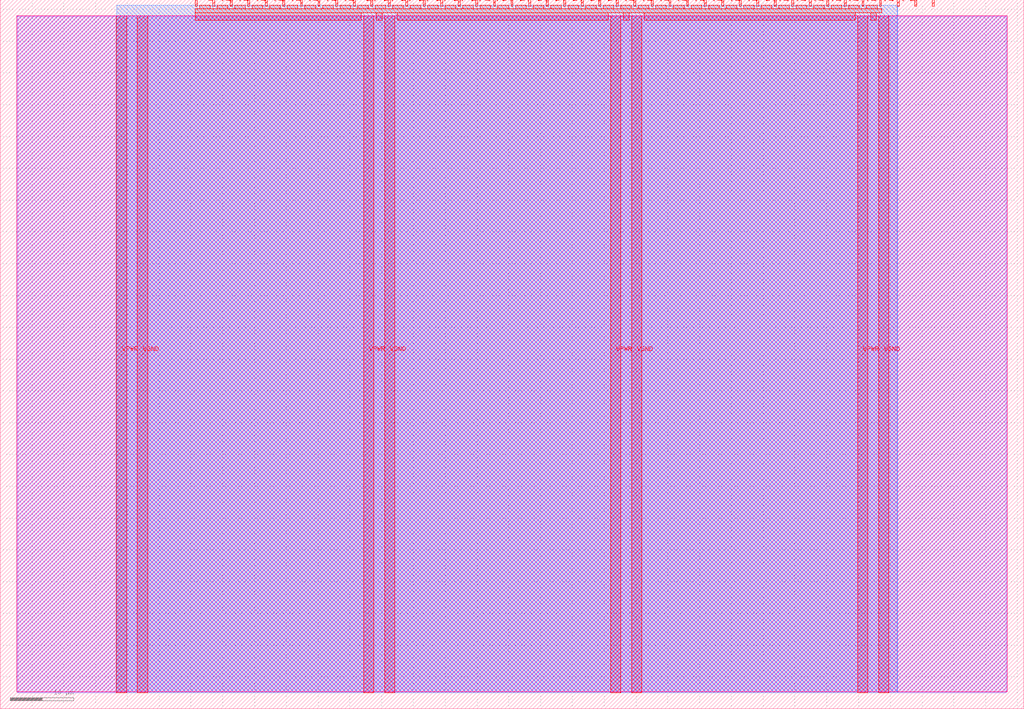
<source format=lef>
VERSION 5.7 ;
  NOWIREEXTENSIONATPIN ON ;
  DIVIDERCHAR "/" ;
  BUSBITCHARS "[]" ;
MACRO tt_um_wokwi_445255326319805441
  CLASS BLOCK ;
  FOREIGN tt_um_wokwi_445255326319805441 ;
  ORIGIN 0.000 0.000 ;
  SIZE 161.000 BY 111.520 ;
  PIN VGND
    DIRECTION INOUT ;
    USE GROUND ;
    PORT
      LAYER met4 ;
        RECT 21.580 2.480 23.180 109.040 ;
    END
    PORT
      LAYER met4 ;
        RECT 60.450 2.480 62.050 109.040 ;
    END
    PORT
      LAYER met4 ;
        RECT 99.320 2.480 100.920 109.040 ;
    END
    PORT
      LAYER met4 ;
        RECT 138.190 2.480 139.790 109.040 ;
    END
  END VGND
  PIN VPWR
    DIRECTION INOUT ;
    USE POWER ;
    PORT
      LAYER met4 ;
        RECT 18.280 2.480 19.880 109.040 ;
    END
    PORT
      LAYER met4 ;
        RECT 57.150 2.480 58.750 109.040 ;
    END
    PORT
      LAYER met4 ;
        RECT 96.020 2.480 97.620 109.040 ;
    END
    PORT
      LAYER met4 ;
        RECT 134.890 2.480 136.490 109.040 ;
    END
  END VPWR
  PIN clk
    DIRECTION INPUT ;
    USE SIGNAL ;
    PORT
      LAYER met4 ;
        RECT 143.830 110.520 144.130 111.520 ;
    END
  END clk
  PIN ena
    DIRECTION INPUT ;
    USE SIGNAL ;
    PORT
      LAYER met4 ;
        RECT 146.590 110.520 146.890 111.520 ;
    END
  END ena
  PIN rst_n
    DIRECTION INPUT ;
    USE SIGNAL ;
    PORT
      LAYER met4 ;
        RECT 141.070 110.520 141.370 111.520 ;
    END
  END rst_n
  PIN ui_in[0]
    DIRECTION INPUT ;
    USE SIGNAL ;
    ANTENNAGATEAREA 0.196500 ;
    PORT
      LAYER met4 ;
        RECT 138.310 110.520 138.610 111.520 ;
    END
  END ui_in[0]
  PIN ui_in[1]
    DIRECTION INPUT ;
    USE SIGNAL ;
    ANTENNAGATEAREA 0.196500 ;
    PORT
      LAYER met4 ;
        RECT 135.550 110.520 135.850 111.520 ;
    END
  END ui_in[1]
  PIN ui_in[2]
    DIRECTION INPUT ;
    USE SIGNAL ;
    ANTENNAGATEAREA 0.196500 ;
    PORT
      LAYER met4 ;
        RECT 132.790 110.520 133.090 111.520 ;
    END
  END ui_in[2]
  PIN ui_in[3]
    DIRECTION INPUT ;
    USE SIGNAL ;
    ANTENNAGATEAREA 0.196500 ;
    PORT
      LAYER met4 ;
        RECT 130.030 110.520 130.330 111.520 ;
    END
  END ui_in[3]
  PIN ui_in[4]
    DIRECTION INPUT ;
    USE SIGNAL ;
    ANTENNAGATEAREA 0.196500 ;
    PORT
      LAYER met4 ;
        RECT 127.270 110.520 127.570 111.520 ;
    END
  END ui_in[4]
  PIN ui_in[5]
    DIRECTION INPUT ;
    USE SIGNAL ;
    ANTENNAGATEAREA 0.196500 ;
    PORT
      LAYER met4 ;
        RECT 124.510 110.520 124.810 111.520 ;
    END
  END ui_in[5]
  PIN ui_in[6]
    DIRECTION INPUT ;
    USE SIGNAL ;
    ANTENNAGATEAREA 0.159000 ;
    PORT
      LAYER met4 ;
        RECT 121.750 110.520 122.050 111.520 ;
    END
  END ui_in[6]
  PIN ui_in[7]
    DIRECTION INPUT ;
    USE SIGNAL ;
    ANTENNAGATEAREA 0.159000 ;
    PORT
      LAYER met4 ;
        RECT 118.990 110.520 119.290 111.520 ;
    END
  END ui_in[7]
  PIN uio_in[0]
    DIRECTION INPUT ;
    USE SIGNAL ;
    PORT
      LAYER met4 ;
        RECT 116.230 110.520 116.530 111.520 ;
    END
  END uio_in[0]
  PIN uio_in[1]
    DIRECTION INPUT ;
    USE SIGNAL ;
    PORT
      LAYER met4 ;
        RECT 113.470 110.520 113.770 111.520 ;
    END
  END uio_in[1]
  PIN uio_in[2]
    DIRECTION INPUT ;
    USE SIGNAL ;
    PORT
      LAYER met4 ;
        RECT 110.710 110.520 111.010 111.520 ;
    END
  END uio_in[2]
  PIN uio_in[3]
    DIRECTION INPUT ;
    USE SIGNAL ;
    PORT
      LAYER met4 ;
        RECT 107.950 110.520 108.250 111.520 ;
    END
  END uio_in[3]
  PIN uio_in[4]
    DIRECTION INPUT ;
    USE SIGNAL ;
    PORT
      LAYER met4 ;
        RECT 105.190 110.520 105.490 111.520 ;
    END
  END uio_in[4]
  PIN uio_in[5]
    DIRECTION INPUT ;
    USE SIGNAL ;
    PORT
      LAYER met4 ;
        RECT 102.430 110.520 102.730 111.520 ;
    END
  END uio_in[5]
  PIN uio_in[6]
    DIRECTION INPUT ;
    USE SIGNAL ;
    PORT
      LAYER met4 ;
        RECT 99.670 110.520 99.970 111.520 ;
    END
  END uio_in[6]
  PIN uio_in[7]
    DIRECTION INPUT ;
    USE SIGNAL ;
    PORT
      LAYER met4 ;
        RECT 96.910 110.520 97.210 111.520 ;
    END
  END uio_in[7]
  PIN uio_oe[0]
    DIRECTION OUTPUT ;
    USE SIGNAL ;
    PORT
      LAYER met4 ;
        RECT 49.990 110.520 50.290 111.520 ;
    END
  END uio_oe[0]
  PIN uio_oe[1]
    DIRECTION OUTPUT ;
    USE SIGNAL ;
    PORT
      LAYER met4 ;
        RECT 47.230 110.520 47.530 111.520 ;
    END
  END uio_oe[1]
  PIN uio_oe[2]
    DIRECTION OUTPUT ;
    USE SIGNAL ;
    PORT
      LAYER met4 ;
        RECT 44.470 110.520 44.770 111.520 ;
    END
  END uio_oe[2]
  PIN uio_oe[3]
    DIRECTION OUTPUT ;
    USE SIGNAL ;
    PORT
      LAYER met4 ;
        RECT 41.710 110.520 42.010 111.520 ;
    END
  END uio_oe[3]
  PIN uio_oe[4]
    DIRECTION OUTPUT ;
    USE SIGNAL ;
    PORT
      LAYER met4 ;
        RECT 38.950 110.520 39.250 111.520 ;
    END
  END uio_oe[4]
  PIN uio_oe[5]
    DIRECTION OUTPUT ;
    USE SIGNAL ;
    PORT
      LAYER met4 ;
        RECT 36.190 110.520 36.490 111.520 ;
    END
  END uio_oe[5]
  PIN uio_oe[6]
    DIRECTION OUTPUT ;
    USE SIGNAL ;
    PORT
      LAYER met4 ;
        RECT 33.430 110.520 33.730 111.520 ;
    END
  END uio_oe[6]
  PIN uio_oe[7]
    DIRECTION OUTPUT ;
    USE SIGNAL ;
    PORT
      LAYER met4 ;
        RECT 30.670 110.520 30.970 111.520 ;
    END
  END uio_oe[7]
  PIN uio_out[0]
    DIRECTION OUTPUT ;
    USE SIGNAL ;
    PORT
      LAYER met4 ;
        RECT 72.070 110.520 72.370 111.520 ;
    END
  END uio_out[0]
  PIN uio_out[1]
    DIRECTION OUTPUT ;
    USE SIGNAL ;
    PORT
      LAYER met4 ;
        RECT 69.310 110.520 69.610 111.520 ;
    END
  END uio_out[1]
  PIN uio_out[2]
    DIRECTION OUTPUT ;
    USE SIGNAL ;
    PORT
      LAYER met4 ;
        RECT 66.550 110.520 66.850 111.520 ;
    END
  END uio_out[2]
  PIN uio_out[3]
    DIRECTION OUTPUT ;
    USE SIGNAL ;
    PORT
      LAYER met4 ;
        RECT 63.790 110.520 64.090 111.520 ;
    END
  END uio_out[3]
  PIN uio_out[4]
    DIRECTION OUTPUT ;
    USE SIGNAL ;
    PORT
      LAYER met4 ;
        RECT 61.030 110.520 61.330 111.520 ;
    END
  END uio_out[4]
  PIN uio_out[5]
    DIRECTION OUTPUT ;
    USE SIGNAL ;
    PORT
      LAYER met4 ;
        RECT 58.270 110.520 58.570 111.520 ;
    END
  END uio_out[5]
  PIN uio_out[6]
    DIRECTION OUTPUT ;
    USE SIGNAL ;
    PORT
      LAYER met4 ;
        RECT 55.510 110.520 55.810 111.520 ;
    END
  END uio_out[6]
  PIN uio_out[7]
    DIRECTION OUTPUT ;
    USE SIGNAL ;
    PORT
      LAYER met4 ;
        RECT 52.750 110.520 53.050 111.520 ;
    END
  END uio_out[7]
  PIN uo_out[0]
    DIRECTION OUTPUT ;
    USE SIGNAL ;
    ANTENNADIFFAREA 0.795200 ;
    PORT
      LAYER met4 ;
        RECT 94.150 110.520 94.450 111.520 ;
    END
  END uo_out[0]
  PIN uo_out[1]
    DIRECTION OUTPUT ;
    USE SIGNAL ;
    ANTENNADIFFAREA 0.445500 ;
    PORT
      LAYER met4 ;
        RECT 91.390 110.520 91.690 111.520 ;
    END
  END uo_out[1]
  PIN uo_out[2]
    DIRECTION OUTPUT ;
    USE SIGNAL ;
    ANTENNADIFFAREA 0.445500 ;
    PORT
      LAYER met4 ;
        RECT 88.630 110.520 88.930 111.520 ;
    END
  END uo_out[2]
  PIN uo_out[3]
    DIRECTION OUTPUT ;
    USE SIGNAL ;
    ANTENNADIFFAREA 0.445500 ;
    PORT
      LAYER met4 ;
        RECT 85.870 110.520 86.170 111.520 ;
    END
  END uo_out[3]
  PIN uo_out[4]
    DIRECTION OUTPUT ;
    USE SIGNAL ;
    ANTENNADIFFAREA 0.445500 ;
    PORT
      LAYER met4 ;
        RECT 83.110 110.520 83.410 111.520 ;
    END
  END uo_out[4]
  PIN uo_out[5]
    DIRECTION OUTPUT ;
    USE SIGNAL ;
    ANTENNADIFFAREA 0.445500 ;
    PORT
      LAYER met4 ;
        RECT 80.350 110.520 80.650 111.520 ;
    END
  END uo_out[5]
  PIN uo_out[6]
    DIRECTION OUTPUT ;
    USE SIGNAL ;
    ANTENNADIFFAREA 0.445500 ;
    PORT
      LAYER met4 ;
        RECT 77.590 110.520 77.890 111.520 ;
    END
  END uo_out[6]
  PIN uo_out[7]
    DIRECTION OUTPUT ;
    USE SIGNAL ;
    ANTENNADIFFAREA 0.445500 ;
    PORT
      LAYER met4 ;
        RECT 74.830 110.520 75.130 111.520 ;
    END
  END uo_out[7]
  OBS
      LAYER nwell ;
        RECT 2.570 2.635 158.430 108.990 ;
      LAYER li1 ;
        RECT 2.760 2.635 158.240 108.885 ;
      LAYER met1 ;
        RECT 2.760 2.480 158.240 109.040 ;
      LAYER met2 ;
        RECT 18.310 2.535 141.130 110.685 ;
      LAYER met3 ;
        RECT 18.290 2.555 141.155 110.665 ;
      LAYER met4 ;
        RECT 31.370 110.120 33.030 110.665 ;
        RECT 34.130 110.120 35.790 110.665 ;
        RECT 36.890 110.120 38.550 110.665 ;
        RECT 39.650 110.120 41.310 110.665 ;
        RECT 42.410 110.120 44.070 110.665 ;
        RECT 45.170 110.120 46.830 110.665 ;
        RECT 47.930 110.120 49.590 110.665 ;
        RECT 50.690 110.120 52.350 110.665 ;
        RECT 53.450 110.120 55.110 110.665 ;
        RECT 56.210 110.120 57.870 110.665 ;
        RECT 58.970 110.120 60.630 110.665 ;
        RECT 61.730 110.120 63.390 110.665 ;
        RECT 64.490 110.120 66.150 110.665 ;
        RECT 67.250 110.120 68.910 110.665 ;
        RECT 70.010 110.120 71.670 110.665 ;
        RECT 72.770 110.120 74.430 110.665 ;
        RECT 75.530 110.120 77.190 110.665 ;
        RECT 78.290 110.120 79.950 110.665 ;
        RECT 81.050 110.120 82.710 110.665 ;
        RECT 83.810 110.120 85.470 110.665 ;
        RECT 86.570 110.120 88.230 110.665 ;
        RECT 89.330 110.120 90.990 110.665 ;
        RECT 92.090 110.120 93.750 110.665 ;
        RECT 94.850 110.120 96.510 110.665 ;
        RECT 97.610 110.120 99.270 110.665 ;
        RECT 100.370 110.120 102.030 110.665 ;
        RECT 103.130 110.120 104.790 110.665 ;
        RECT 105.890 110.120 107.550 110.665 ;
        RECT 108.650 110.120 110.310 110.665 ;
        RECT 111.410 110.120 113.070 110.665 ;
        RECT 114.170 110.120 115.830 110.665 ;
        RECT 116.930 110.120 118.590 110.665 ;
        RECT 119.690 110.120 121.350 110.665 ;
        RECT 122.450 110.120 124.110 110.665 ;
        RECT 125.210 110.120 126.870 110.665 ;
        RECT 127.970 110.120 129.630 110.665 ;
        RECT 130.730 110.120 132.390 110.665 ;
        RECT 133.490 110.120 135.150 110.665 ;
        RECT 136.250 110.120 137.910 110.665 ;
        RECT 30.655 109.440 138.625 110.120 ;
        RECT 30.655 108.295 56.750 109.440 ;
        RECT 59.150 108.295 60.050 109.440 ;
        RECT 62.450 108.295 95.620 109.440 ;
        RECT 98.020 108.295 98.920 109.440 ;
        RECT 101.320 108.295 134.490 109.440 ;
        RECT 136.890 108.295 137.790 109.440 ;
  END
END tt_um_wokwi_445255326319805441
END LIBRARY


</source>
